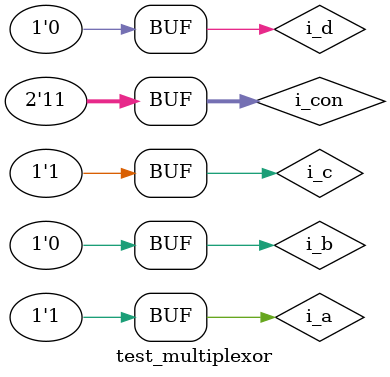
<source format=v>
`timescale 1ns / 1ps


module test_multiplexor;

	// Inputs
	reg i_a;
	reg i_b;
	reg i_c;
	reg i_d;
	reg [0:1] i_con;

	// Outputs
	wire o_a;

	// Instantiate the Unit Under Test (UUT)
	Multiplexor uut (
		.i_a(i_a), 
		.i_b(i_b), 
		.i_c(i_c), 
		.i_d(i_d), 
		.i_con(i_con), 
		.o_a(o_a)
	);

	initial begin
		// Initialize Inputs
		i_a = 1;
		i_b = 0;
		i_c = 1;
		i_d = 0;
		i_con = 00;
		// Wait 100 ns for global reset to finish
		#100;
      
		i_con = 01;
		// Wait 100 ns for global reset to finish
		#100;
		
		i_con = 10;
		// Wait 100 ns for global reset to finish
		#100;
		
		i_con = 11;
		// Wait 100 ns for global reset to finish
		#100;
		// Add stimulus here

	end
      
endmodule


</source>
